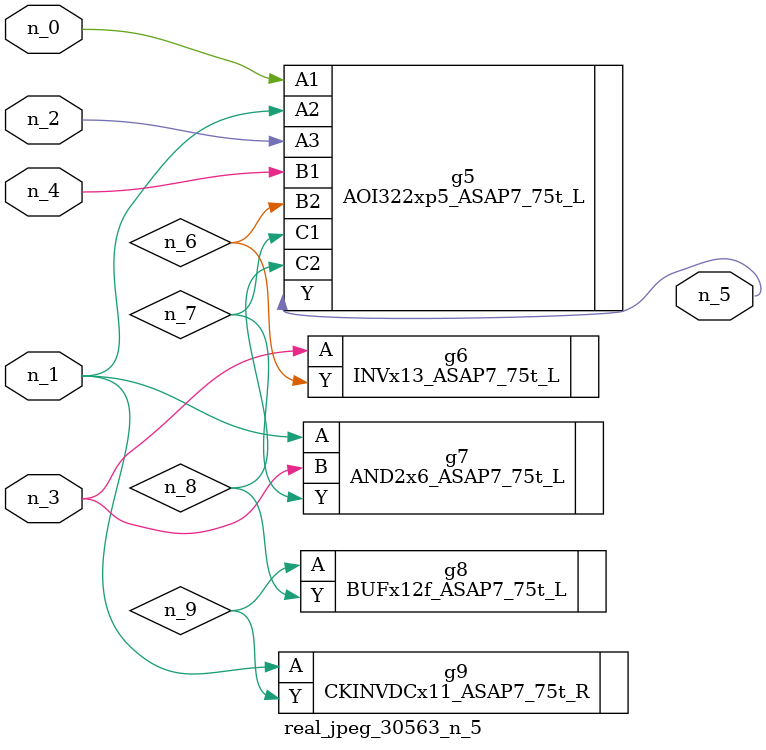
<source format=v>
module real_jpeg_30563_n_5 (n_4, n_0, n_1, n_2, n_3, n_5);

input n_4;
input n_0;
input n_1;
input n_2;
input n_3;

output n_5;

wire n_8;
wire n_6;
wire n_7;
wire n_9;

AOI322xp5_ASAP7_75t_L g5 ( 
.A1(n_0),
.A2(n_1),
.A3(n_2),
.B1(n_4),
.B2(n_6),
.C1(n_7),
.C2(n_8),
.Y(n_5)
);

AND2x6_ASAP7_75t_L g7 ( 
.A(n_1),
.B(n_3),
.Y(n_7)
);

CKINVDCx11_ASAP7_75t_R g9 ( 
.A(n_1),
.Y(n_9)
);

INVx13_ASAP7_75t_L g6 ( 
.A(n_3),
.Y(n_6)
);

BUFx12f_ASAP7_75t_L g8 ( 
.A(n_9),
.Y(n_8)
);


endmodule
</source>
